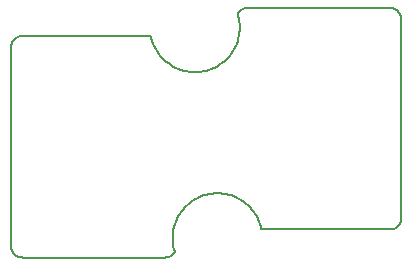
<source format=gbr>
G04 #@! TF.GenerationSoftware,KiCad,Pcbnew,(5.1.0)-1*
G04 #@! TF.CreationDate,2020-10-31T22:32:03+11:00*
G04 #@! TF.ProjectId,oddball,6f646462-616c-46c2-9e6b-696361645f70,rev?*
G04 #@! TF.SameCoordinates,Original*
G04 #@! TF.FileFunction,Profile,NP*
%FSLAX46Y46*%
G04 Gerber Fmt 4.6, Leading zero omitted, Abs format (unit mm)*
G04 Created by KiCad (PCBNEW (5.1.0)-1) date 2020-10-31 22:32:03*
%MOMM*%
%LPD*%
G04 APERTURE LIST*
%ADD10C,0.200000*%
G04 APERTURE END LIST*
D10*
X221519700Y-99901400D02*
X221331100Y-100047699D01*
X236526000Y-113402770D02*
X236543600Y-113342450D01*
X236384000Y-113681550D02*
X236419300Y-113629580D01*
X224210900Y-112796680D02*
X224332500Y-113002150D01*
X217923200Y-100587500D02*
X217698600Y-100506599D01*
X235575000Y-95331300D02*
X223575000Y-95331300D01*
X235823700Y-95362700D02*
X235762400Y-95349000D01*
X236557300Y-113281140D02*
X236567100Y-113219090D01*
X236575000Y-113093770D02*
X236575000Y-96331300D01*
X236000800Y-113998580D02*
X236056700Y-113970060D01*
X220496400Y-100506599D02*
X220271799Y-100587500D01*
X224616500Y-113658550D02*
X224683100Y-113887800D01*
X219809500Y-100706099D02*
X219573800Y-100743500D01*
X236000800Y-95426400D02*
X235943100Y-95401500D01*
X223039200Y-95486899D02*
X222987200Y-95522200D01*
X235823700Y-114062350D02*
X235884000Y-114044820D01*
X235762400Y-114076050D02*
X235823700Y-114062350D01*
X219336100Y-100765900D02*
X219097500Y-100773400D01*
X236056700Y-95455000D02*
X236000800Y-95426400D01*
X236526000Y-96022200D02*
X236504800Y-95963100D01*
X223575000Y-95331300D02*
X223512200Y-95333200D01*
X236110799Y-95486899D02*
X236056700Y-95455000D01*
X215659100Y-98591400D02*
X215564300Y-98372300D01*
X221331100Y-100047699D02*
X221133600Y-100181900D01*
X236304000Y-113778310D02*
X236345500Y-113731190D01*
X224440800Y-113214860D02*
X224535600Y-113433940D01*
X236212400Y-95560700D02*
X236162800Y-95522200D01*
X215889099Y-99009600D02*
X215767500Y-98804100D01*
X224076800Y-112599240D02*
X224210900Y-112796680D01*
X216169500Y-99395700D02*
X216023200Y-99207000D01*
X235884000Y-114044820D02*
X235943100Y-114023530D01*
X218858900Y-100765900D02*
X218621200Y-100743500D01*
X236259500Y-95602300D02*
X236212400Y-95560700D01*
X223387600Y-95349000D02*
X223326300Y-95362700D01*
X223266000Y-95380200D02*
X223206900Y-95401500D01*
X235943100Y-114023530D02*
X236000800Y-113998580D01*
X235700300Y-114085880D02*
X235762400Y-114076050D01*
X222535800Y-98591400D02*
X222427500Y-98804100D01*
X219573800Y-100743500D02*
X219336100Y-100765900D01*
X216496200Y-99743500D02*
X216327400Y-99574700D01*
X218152500Y-100654100D02*
X217923200Y-100587500D01*
X221698800Y-99743500D02*
X221519700Y-99901400D01*
X223326300Y-95362700D02*
X223266000Y-95380200D01*
X222890000Y-96734800D02*
X222897500Y-96973400D01*
X221133600Y-100181900D02*
X220928200Y-100303400D01*
X216023200Y-99207000D02*
X215889099Y-99009600D01*
X217698600Y-100506599D02*
X217479500Y-100411800D01*
X218385400Y-100706099D02*
X218152500Y-100654100D01*
X222804500Y-95693800D02*
X222766000Y-95743500D01*
X222025400Y-99395700D02*
X221867600Y-99574700D01*
X224535600Y-113433940D02*
X224616500Y-113658550D01*
X222711500Y-98147700D02*
X222630600Y-98372300D01*
X222830200Y-96261400D02*
X222867500Y-96497199D01*
X216327400Y-99574700D02*
X216169500Y-99395700D01*
X220271799Y-100587500D02*
X220042500Y-100654100D01*
X235884000Y-95380200D02*
X235823700Y-95362700D01*
X236543600Y-96082600D02*
X236526000Y-96022200D01*
X223149200Y-95426400D02*
X223093200Y-95455000D01*
X236451300Y-113575520D02*
X236479800Y-113519530D01*
X236345500Y-113731190D02*
X236384000Y-113681550D01*
X222897500Y-96973400D02*
X222890000Y-97212099D01*
X224729100Y-114093770D02*
X235575000Y-114093770D01*
X224683100Y-113887800D02*
X224729100Y-114093770D01*
X236162800Y-95522200D02*
X236110799Y-95486899D01*
X236259500Y-113822720D02*
X236304000Y-113778310D01*
X235943100Y-95401500D02*
X235884000Y-95380200D01*
X236451300Y-95849500D02*
X236419300Y-95795400D01*
X236162800Y-113902770D02*
X236212400Y-113864270D01*
X236557300Y-96143900D02*
X236543600Y-96082600D01*
X236479800Y-95905500D02*
X236451300Y-95849500D01*
X235762400Y-95349000D02*
X235700300Y-95339100D01*
X223449700Y-95339100D02*
X223387600Y-95349000D01*
X236543600Y-113342450D02*
X236557300Y-113281140D01*
X235637800Y-114091780D02*
X235700300Y-114085880D01*
X223512200Y-95333200D02*
X223449700Y-95339100D01*
X235700300Y-95339100D02*
X235637800Y-95333200D01*
X236419300Y-113629580D02*
X236451300Y-113575520D01*
X236567100Y-96205900D02*
X236557300Y-96143900D01*
X224332500Y-113002150D02*
X224440800Y-113214860D01*
X236504800Y-95963100D02*
X236479800Y-95905500D01*
X236575000Y-96331300D02*
X236573000Y-96268500D01*
X236304000Y-95646700D02*
X236259500Y-95602300D01*
X236384000Y-95743500D02*
X236345500Y-95693800D01*
X236573000Y-96268500D02*
X236567100Y-96205900D01*
X236573000Y-113156560D02*
X236575000Y-113093770D01*
X235637800Y-95333200D02*
X235575000Y-95331300D01*
X236479800Y-113519530D02*
X236504800Y-113461880D01*
X236345500Y-95693800D02*
X236304000Y-95646700D01*
X236110799Y-113938080D02*
X236162800Y-113902770D01*
X236419300Y-95795400D02*
X236384000Y-95743500D01*
X236567100Y-113219090D02*
X236573000Y-113156560D01*
X236504800Y-113461880D02*
X236526000Y-113402770D01*
X203989180Y-116319320D02*
X204043240Y-116351300D01*
X204156880Y-97782700D02*
X204099230Y-97807700D01*
X203796040Y-116159550D02*
X203840450Y-116203960D01*
X203937210Y-97903500D02*
X203887570Y-97942000D01*
X203989180Y-97868200D02*
X203937210Y-97903500D01*
X215416900Y-97918500D02*
X215370800Y-97712500D01*
X203754490Y-116112430D02*
X203796040Y-116159550D01*
X203887570Y-116245510D02*
X203937210Y-116284010D01*
X204099230Y-97807700D02*
X204043240Y-97836200D01*
X204337620Y-116457290D02*
X204399670Y-116467120D01*
X236212400Y-113864270D02*
X236259500Y-113822720D01*
X204399670Y-116467120D02*
X204462200Y-116473020D01*
X203542710Y-115662380D02*
X203556410Y-115723690D01*
X204462200Y-97714500D02*
X204399670Y-97720400D01*
X204276310Y-116443590D02*
X204337620Y-116457290D01*
X203887570Y-97942000D02*
X203840450Y-97983499D01*
X215370800Y-97712500D02*
X204524990Y-97712500D01*
X223930400Y-112410610D02*
X224076800Y-112599240D01*
X203595230Y-115843120D02*
X203620180Y-115900770D01*
X203532880Y-115600330D02*
X203542710Y-115662380D01*
X203532880Y-98587200D02*
X203526980Y-98649700D01*
X203526980Y-115537800D02*
X203532880Y-115600330D01*
X203715990Y-116062790D02*
X203754490Y-116112430D01*
X204524990Y-97712500D02*
X204462200Y-97714500D01*
X203524990Y-115475010D02*
X203526980Y-115537800D01*
X203595230Y-98344400D02*
X203573940Y-98403500D01*
X203556410Y-98463799D02*
X203542710Y-98525100D01*
X203556410Y-115723690D02*
X203573940Y-115784010D01*
X204215990Y-116426060D02*
X204276310Y-116443590D01*
X203840450Y-116203960D02*
X203887570Y-116245510D01*
X203620180Y-98286700D02*
X203595230Y-98344400D01*
X204524990Y-116475010D02*
X216525000Y-116475010D01*
X203648700Y-115956760D02*
X203680680Y-116010820D01*
X203648700Y-98230700D02*
X203620180Y-98286700D01*
X235575000Y-114093770D02*
X235637800Y-114091780D01*
X203937210Y-116284010D02*
X203989180Y-116319320D01*
X216525000Y-116475010D02*
X216587800Y-116473020D01*
X204043240Y-116351300D02*
X204099230Y-116379820D01*
X204099230Y-116379820D02*
X204156880Y-116404770D01*
X223236100Y-111758560D02*
X223424700Y-111904880D01*
X203573940Y-115784010D02*
X203595230Y-115843120D01*
X203680680Y-116010820D02*
X203715990Y-116062790D01*
X203754490Y-98075099D02*
X203715990Y-98124700D01*
X223772600Y-112231540D02*
X223930400Y-112410610D01*
X203796040Y-98027999D02*
X203754490Y-98075099D01*
X203620180Y-115900770D02*
X203648700Y-115956760D01*
X223424700Y-111904880D02*
X223603800Y-112062740D01*
X203680680Y-98176700D02*
X203648700Y-98230700D01*
X204399670Y-97720400D02*
X204337620Y-97730200D01*
X203526980Y-98649700D02*
X203524990Y-98712500D01*
X203524990Y-98712500D02*
X203524990Y-115475010D01*
X204156880Y-116404770D02*
X204215990Y-116426060D01*
X204215990Y-97761400D02*
X204156880Y-97782700D01*
X204043240Y-97836200D02*
X203989180Y-97868200D01*
X204337620Y-97730200D02*
X204276310Y-97743900D01*
X204462200Y-116473020D02*
X204524990Y-116475010D01*
X223603800Y-112062740D02*
X223772600Y-112231540D01*
X203715990Y-98124700D02*
X203680680Y-98176700D01*
X203542710Y-98525100D02*
X203532880Y-98587200D01*
X236056700Y-113970060D02*
X236110799Y-113938080D01*
X203840450Y-97983499D02*
X203796040Y-98027999D01*
X203573940Y-98403500D02*
X203556410Y-98463799D01*
X204276310Y-97743900D02*
X204215990Y-97761400D01*
X217295500Y-116112430D02*
X217334000Y-116062790D01*
X217210000Y-114594220D02*
X217232500Y-114356550D01*
X217112800Y-116284010D02*
X217162400Y-116245510D01*
X222401400Y-111299670D02*
X222620500Y-111394470D01*
X217794100Y-112796680D02*
X217928200Y-112599240D01*
X216650300Y-116467120D02*
X216712400Y-116457290D01*
X219603600Y-111299670D02*
X219828200Y-111218810D01*
X217210000Y-115071430D02*
X217202500Y-114832820D01*
X218074500Y-112410610D02*
X218232399Y-112231540D01*
X216587800Y-116473020D02*
X216650300Y-116467120D01*
X220763900Y-111040310D02*
X221002500Y-111032820D01*
X218580300Y-111904880D02*
X218768900Y-111758560D01*
X217469300Y-113433940D02*
X217564100Y-113214860D01*
X220290400Y-111100130D02*
X220526200Y-111062790D01*
X216675300Y-99901400D02*
X216496200Y-99743500D01*
X217564100Y-113214860D02*
X217672500Y-113002150D01*
X222176800Y-111218810D02*
X222401400Y-111299670D01*
X221241100Y-111040310D02*
X221478800Y-111062790D01*
X217202500Y-114832820D02*
X217210000Y-114594220D01*
X219828200Y-111218810D02*
X220057500Y-111152210D01*
X217162400Y-116245510D02*
X217209500Y-116203960D01*
X217232500Y-114356550D02*
X217269800Y-114120770D01*
X221947500Y-111152210D02*
X222176800Y-111218810D01*
X217232500Y-115309080D02*
X217210000Y-115071430D01*
X220057500Y-111152210D02*
X220290400Y-111100130D01*
X221002500Y-111032820D02*
X221241100Y-111040310D01*
X217006700Y-116351300D02*
X217060800Y-116319320D01*
X217266800Y-100303400D02*
X217061400Y-100181900D01*
X217321900Y-115777850D02*
X217269800Y-115544880D01*
X217061400Y-100181900D02*
X216863900Y-100047699D01*
X220715500Y-100411800D02*
X220496400Y-100506599D01*
X222305900Y-99009600D02*
X222171800Y-99207000D01*
X217269800Y-115544880D02*
X217232500Y-115309080D01*
X217060800Y-116319320D02*
X217112800Y-116284010D01*
X217254000Y-116159550D02*
X217295500Y-116112430D01*
X217269800Y-114120770D02*
X217321900Y-113887800D01*
X222833200Y-111502850D02*
X223038600Y-111624370D01*
X217369300Y-116010820D02*
X217382900Y-115987850D01*
X217209500Y-116203960D02*
X217254000Y-116159550D01*
X216950800Y-116379820D02*
X217006700Y-116351300D01*
X217321900Y-113887800D02*
X217388500Y-113658550D01*
X217382900Y-115987850D02*
X217321900Y-115777850D01*
X223038600Y-111624370D02*
X223236100Y-111758560D01*
X219171800Y-111502850D02*
X219384500Y-111394470D01*
X218966400Y-111624370D02*
X219171800Y-111502850D01*
X220526200Y-111062790D02*
X220763900Y-111040310D01*
X222620500Y-111394470D02*
X222833200Y-111502850D01*
X219384500Y-111394470D02*
X219603600Y-111299670D01*
X217672500Y-113002150D02*
X217794100Y-112796680D01*
X216893100Y-116404770D02*
X216950800Y-116379820D01*
X218768900Y-111758560D02*
X218966400Y-111624370D01*
X221714500Y-111100130D02*
X221947500Y-111152210D01*
X216834000Y-116426060D02*
X216893100Y-116404770D01*
X217334000Y-116062790D02*
X217369300Y-116010820D01*
X216712400Y-116457290D02*
X216773700Y-116443590D01*
X218401200Y-112062740D02*
X218580300Y-111904880D01*
X217388500Y-113658550D02*
X217469300Y-113433940D01*
X216773700Y-116443590D02*
X216834000Y-116426060D01*
X218232399Y-112231540D02*
X218401200Y-112062740D01*
X221478800Y-111062790D02*
X221714500Y-111100130D01*
X217928200Y-112599240D02*
X218074500Y-112410610D01*
X222730700Y-95795400D02*
X222717100Y-95818400D01*
X222766000Y-95743500D02*
X222730700Y-95795400D01*
X222890400Y-95602300D02*
X222846000Y-95646700D01*
X222717100Y-95818400D02*
X222778100Y-96028400D01*
X222778100Y-96028400D02*
X222830200Y-96261400D01*
X222846000Y-95646700D02*
X222804500Y-95693800D01*
X222427500Y-98804100D02*
X222305900Y-99009600D01*
X216863900Y-100047699D02*
X216675300Y-99901400D01*
X219097500Y-100773400D02*
X218858900Y-100765900D01*
X215564300Y-98372300D02*
X215483500Y-98147700D01*
X222778100Y-97918500D02*
X222711500Y-98147700D01*
X222630600Y-98372300D02*
X222535800Y-98591400D01*
X215767500Y-98804100D02*
X215659100Y-98591400D01*
X222867500Y-97449700D02*
X222830200Y-97685500D01*
X221867600Y-99574700D02*
X221698800Y-99743500D01*
X222171800Y-99207000D02*
X222025400Y-99395700D01*
X217479500Y-100411800D02*
X217266800Y-100303400D01*
X222867500Y-96497199D02*
X222890000Y-96734800D01*
X218621200Y-100743500D02*
X218385400Y-100706099D01*
X220928200Y-100303400D02*
X220715500Y-100411800D01*
X222937600Y-95560700D02*
X222890400Y-95602300D01*
X222987200Y-95522200D02*
X222937600Y-95560700D01*
X222890000Y-97212099D02*
X222867500Y-97449700D01*
X223093200Y-95455000D02*
X223039200Y-95486899D01*
X215483500Y-98147700D02*
X215416900Y-97918500D01*
X223206900Y-95401500D02*
X223149200Y-95426400D01*
X222830200Y-97685500D02*
X222778100Y-97918500D01*
X220042500Y-100654100D02*
X219809500Y-100706099D01*
M02*

</source>
